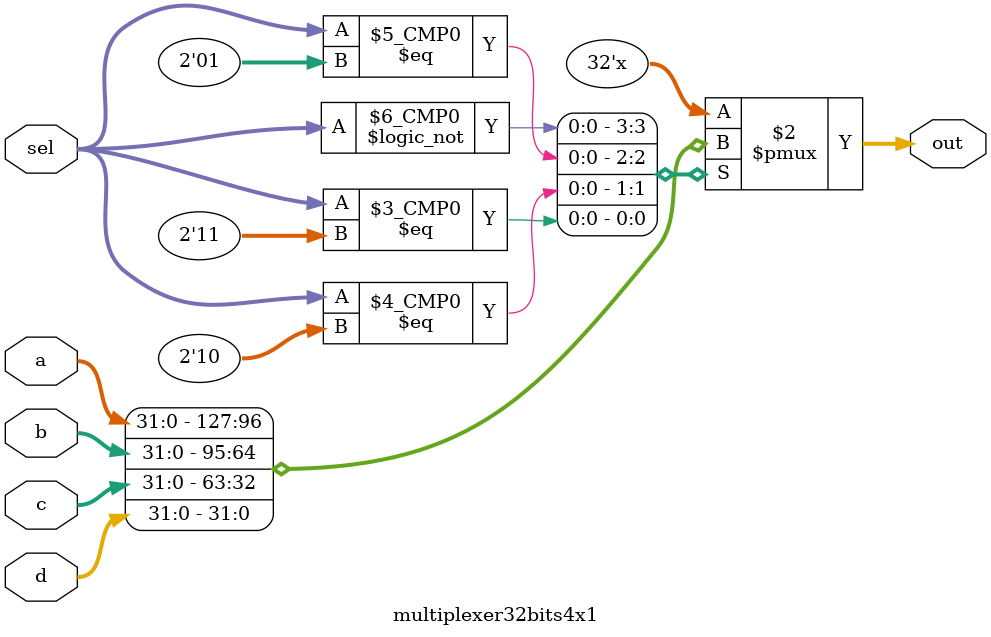
<source format=v>
`timescale 1ns / 1ps


module multiplexer32bits4x1 ( a, b, c, d, sel, out);

input [31:0] a, b, c, d;
input [1:0] sel;
output reg [31:0] out;

always @ (*)
begin

case (sel)
2'b00 : out <= a;
2'b01 : out <= b;
2'b10 : out <= c;
2'b11 : out <= d;
default:;
endcase
/*
    00 dataMem
    01 jalr
    10 AUIPC
    11 Lui
*/

end

endmodule

</source>
